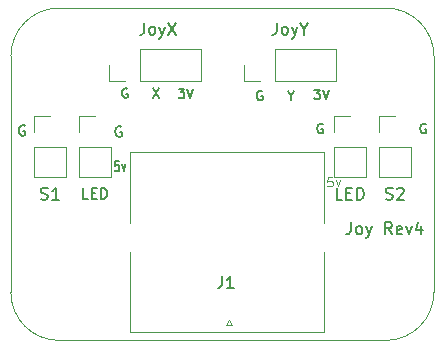
<source format=gbr>
G04 #@! TF.GenerationSoftware,KiCad,Pcbnew,7.0.2*
G04 #@! TF.CreationDate,2023-08-07T19:28:33-05:00*
G04 #@! TF.ProjectId,JoystickBoard,4a6f7973-7469-4636-9b42-6f6172642e6b,rev?*
G04 #@! TF.SameCoordinates,Original*
G04 #@! TF.FileFunction,Legend,Top*
G04 #@! TF.FilePolarity,Positive*
%FSLAX46Y46*%
G04 Gerber Fmt 4.6, Leading zero omitted, Abs format (unit mm)*
G04 Created by KiCad (PCBNEW 7.0.2) date 2023-08-07 19:28:33*
%MOMM*%
%LPD*%
G01*
G04 APERTURE LIST*
%ADD10C,0.139700*%
%ADD11C,0.150000*%
%ADD12C,0.125000*%
%ADD13C,0.127000*%
%ADD14C,0.120000*%
G04 #@! TA.AperFunction,Profile*
%ADD15C,0.050000*%
G04 #@! TD*
G04 APERTURE END LIST*
D10*
X141914033Y-96643402D02*
X141829366Y-96601069D01*
X141829366Y-96601069D02*
X141702366Y-96601069D01*
X141702366Y-96601069D02*
X141575366Y-96643402D01*
X141575366Y-96643402D02*
X141490700Y-96728069D01*
X141490700Y-96728069D02*
X141448366Y-96812736D01*
X141448366Y-96812736D02*
X141406033Y-96982069D01*
X141406033Y-96982069D02*
X141406033Y-97109069D01*
X141406033Y-97109069D02*
X141448366Y-97278402D01*
X141448366Y-97278402D02*
X141490700Y-97363069D01*
X141490700Y-97363069D02*
X141575366Y-97447736D01*
X141575366Y-97447736D02*
X141702366Y-97490069D01*
X141702366Y-97490069D02*
X141787033Y-97490069D01*
X141787033Y-97490069D02*
X141914033Y-97447736D01*
X141914033Y-97447736D02*
X141956366Y-97405402D01*
X141956366Y-97405402D02*
X141956366Y-97109069D01*
X141956366Y-97109069D02*
X141787033Y-97109069D01*
X144589533Y-93397695D02*
X145122867Y-94197695D01*
X145122867Y-93397695D02*
X144589533Y-94197695D01*
X133760633Y-96592602D02*
X133675966Y-96550269D01*
X133675966Y-96550269D02*
X133548966Y-96550269D01*
X133548966Y-96550269D02*
X133421966Y-96592602D01*
X133421966Y-96592602D02*
X133337300Y-96677269D01*
X133337300Y-96677269D02*
X133294966Y-96761936D01*
X133294966Y-96761936D02*
X133252633Y-96931269D01*
X133252633Y-96931269D02*
X133252633Y-97058269D01*
X133252633Y-97058269D02*
X133294966Y-97227602D01*
X133294966Y-97227602D02*
X133337300Y-97312269D01*
X133337300Y-97312269D02*
X133421966Y-97396936D01*
X133421966Y-97396936D02*
X133548966Y-97439269D01*
X133548966Y-97439269D02*
X133633633Y-97439269D01*
X133633633Y-97439269D02*
X133760633Y-97396936D01*
X133760633Y-97396936D02*
X133802966Y-97354602D01*
X133802966Y-97354602D02*
X133802966Y-97058269D01*
X133802966Y-97058269D02*
X133633633Y-97058269D01*
D11*
X161379256Y-104745619D02*
X161379256Y-105459904D01*
X161379256Y-105459904D02*
X161331637Y-105602761D01*
X161331637Y-105602761D02*
X161236399Y-105698000D01*
X161236399Y-105698000D02*
X161093542Y-105745619D01*
X161093542Y-105745619D02*
X160998304Y-105745619D01*
X161998304Y-105745619D02*
X161903066Y-105698000D01*
X161903066Y-105698000D02*
X161855447Y-105650380D01*
X161855447Y-105650380D02*
X161807828Y-105555142D01*
X161807828Y-105555142D02*
X161807828Y-105269428D01*
X161807828Y-105269428D02*
X161855447Y-105174190D01*
X161855447Y-105174190D02*
X161903066Y-105126571D01*
X161903066Y-105126571D02*
X161998304Y-105078952D01*
X161998304Y-105078952D02*
X162141161Y-105078952D01*
X162141161Y-105078952D02*
X162236399Y-105126571D01*
X162236399Y-105126571D02*
X162284018Y-105174190D01*
X162284018Y-105174190D02*
X162331637Y-105269428D01*
X162331637Y-105269428D02*
X162331637Y-105555142D01*
X162331637Y-105555142D02*
X162284018Y-105650380D01*
X162284018Y-105650380D02*
X162236399Y-105698000D01*
X162236399Y-105698000D02*
X162141161Y-105745619D01*
X162141161Y-105745619D02*
X161998304Y-105745619D01*
X162664971Y-105078952D02*
X162903066Y-105745619D01*
X163141161Y-105078952D02*
X162903066Y-105745619D01*
X162903066Y-105745619D02*
X162807828Y-105983714D01*
X162807828Y-105983714D02*
X162760209Y-106031333D01*
X162760209Y-106031333D02*
X162664971Y-106078952D01*
X164855447Y-105745619D02*
X164522114Y-105269428D01*
X164284019Y-105745619D02*
X164284019Y-104745619D01*
X164284019Y-104745619D02*
X164664971Y-104745619D01*
X164664971Y-104745619D02*
X164760209Y-104793238D01*
X164760209Y-104793238D02*
X164807828Y-104840857D01*
X164807828Y-104840857D02*
X164855447Y-104936095D01*
X164855447Y-104936095D02*
X164855447Y-105078952D01*
X164855447Y-105078952D02*
X164807828Y-105174190D01*
X164807828Y-105174190D02*
X164760209Y-105221809D01*
X164760209Y-105221809D02*
X164664971Y-105269428D01*
X164664971Y-105269428D02*
X164284019Y-105269428D01*
X165664971Y-105698000D02*
X165569733Y-105745619D01*
X165569733Y-105745619D02*
X165379257Y-105745619D01*
X165379257Y-105745619D02*
X165284019Y-105698000D01*
X165284019Y-105698000D02*
X165236400Y-105602761D01*
X165236400Y-105602761D02*
X165236400Y-105221809D01*
X165236400Y-105221809D02*
X165284019Y-105126571D01*
X165284019Y-105126571D02*
X165379257Y-105078952D01*
X165379257Y-105078952D02*
X165569733Y-105078952D01*
X165569733Y-105078952D02*
X165664971Y-105126571D01*
X165664971Y-105126571D02*
X165712590Y-105221809D01*
X165712590Y-105221809D02*
X165712590Y-105317047D01*
X165712590Y-105317047D02*
X165236400Y-105412285D01*
X166045924Y-105078952D02*
X166284019Y-105745619D01*
X166284019Y-105745619D02*
X166522114Y-105078952D01*
X167331638Y-105078952D02*
X167331638Y-105745619D01*
X167093543Y-104698000D02*
X166855448Y-105412285D01*
X166855448Y-105412285D02*
X167474495Y-105412285D01*
D12*
X159804114Y-100916095D02*
X159423162Y-100916095D01*
X159423162Y-100916095D02*
X159385066Y-101297047D01*
X159385066Y-101297047D02*
X159423162Y-101258952D01*
X159423162Y-101258952D02*
X159499352Y-101220857D01*
X159499352Y-101220857D02*
X159689828Y-101220857D01*
X159689828Y-101220857D02*
X159766019Y-101258952D01*
X159766019Y-101258952D02*
X159804114Y-101297047D01*
X159804114Y-101297047D02*
X159842209Y-101373238D01*
X159842209Y-101373238D02*
X159842209Y-101563714D01*
X159842209Y-101563714D02*
X159804114Y-101639904D01*
X159804114Y-101639904D02*
X159766019Y-101678000D01*
X159766019Y-101678000D02*
X159689828Y-101716095D01*
X159689828Y-101716095D02*
X159499352Y-101716095D01*
X159499352Y-101716095D02*
X159423162Y-101678000D01*
X159423162Y-101678000D02*
X159385066Y-101639904D01*
X160108876Y-101182761D02*
X160299352Y-101716095D01*
X160299352Y-101716095D02*
X160489829Y-101182761D01*
D10*
X167722523Y-96458390D02*
X167646333Y-96420295D01*
X167646333Y-96420295D02*
X167532047Y-96420295D01*
X167532047Y-96420295D02*
X167417761Y-96458390D01*
X167417761Y-96458390D02*
X167341571Y-96534580D01*
X167341571Y-96534580D02*
X167303476Y-96610771D01*
X167303476Y-96610771D02*
X167265380Y-96763152D01*
X167265380Y-96763152D02*
X167265380Y-96877438D01*
X167265380Y-96877438D02*
X167303476Y-97029819D01*
X167303476Y-97029819D02*
X167341571Y-97106009D01*
X167341571Y-97106009D02*
X167417761Y-97182200D01*
X167417761Y-97182200D02*
X167532047Y-97220295D01*
X167532047Y-97220295D02*
X167608238Y-97220295D01*
X167608238Y-97220295D02*
X167722523Y-97182200D01*
X167722523Y-97182200D02*
X167760619Y-97144104D01*
X167760619Y-97144104D02*
X167760619Y-96877438D01*
X167760619Y-96877438D02*
X167608238Y-96877438D01*
X142449523Y-93435790D02*
X142373333Y-93397695D01*
X142373333Y-93397695D02*
X142259047Y-93397695D01*
X142259047Y-93397695D02*
X142144761Y-93435790D01*
X142144761Y-93435790D02*
X142068571Y-93511980D01*
X142068571Y-93511980D02*
X142030476Y-93588171D01*
X142030476Y-93588171D02*
X141992380Y-93740552D01*
X141992380Y-93740552D02*
X141992380Y-93854838D01*
X141992380Y-93854838D02*
X142030476Y-94007219D01*
X142030476Y-94007219D02*
X142068571Y-94083409D01*
X142068571Y-94083409D02*
X142144761Y-94159600D01*
X142144761Y-94159600D02*
X142259047Y-94197695D01*
X142259047Y-94197695D02*
X142335238Y-94197695D01*
X142335238Y-94197695D02*
X142449523Y-94159600D01*
X142449523Y-94159600D02*
X142487619Y-94121504D01*
X142487619Y-94121504D02*
X142487619Y-93854838D01*
X142487619Y-93854838D02*
X142335238Y-93854838D01*
X158292876Y-93524695D02*
X158788114Y-93524695D01*
X158788114Y-93524695D02*
X158521448Y-93829457D01*
X158521448Y-93829457D02*
X158635733Y-93829457D01*
X158635733Y-93829457D02*
X158711924Y-93867552D01*
X158711924Y-93867552D02*
X158750019Y-93905647D01*
X158750019Y-93905647D02*
X158788114Y-93981838D01*
X158788114Y-93981838D02*
X158788114Y-94172314D01*
X158788114Y-94172314D02*
X158750019Y-94248504D01*
X158750019Y-94248504D02*
X158711924Y-94286600D01*
X158711924Y-94286600D02*
X158635733Y-94324695D01*
X158635733Y-94324695D02*
X158407162Y-94324695D01*
X158407162Y-94324695D02*
X158330971Y-94286600D01*
X158330971Y-94286600D02*
X158292876Y-94248504D01*
X159016686Y-93524695D02*
X159283353Y-94324695D01*
X159283353Y-94324695D02*
X159550019Y-93524695D01*
X153854123Y-93664390D02*
X153777933Y-93626295D01*
X153777933Y-93626295D02*
X153663647Y-93626295D01*
X153663647Y-93626295D02*
X153549361Y-93664390D01*
X153549361Y-93664390D02*
X153473171Y-93740580D01*
X153473171Y-93740580D02*
X153435076Y-93816771D01*
X153435076Y-93816771D02*
X153396980Y-93969152D01*
X153396980Y-93969152D02*
X153396980Y-94083438D01*
X153396980Y-94083438D02*
X153435076Y-94235819D01*
X153435076Y-94235819D02*
X153473171Y-94312009D01*
X153473171Y-94312009D02*
X153549361Y-94388200D01*
X153549361Y-94388200D02*
X153663647Y-94426295D01*
X153663647Y-94426295D02*
X153739838Y-94426295D01*
X153739838Y-94426295D02*
X153854123Y-94388200D01*
X153854123Y-94388200D02*
X153892219Y-94350104D01*
X153892219Y-94350104D02*
X153892219Y-94083438D01*
X153892219Y-94083438D02*
X153739838Y-94083438D01*
X156311600Y-94045342D02*
X156311600Y-94426295D01*
X156044933Y-93626295D02*
X156311600Y-94045342D01*
X156311600Y-94045342D02*
X156578266Y-93626295D01*
X158984923Y-96458390D02*
X158908733Y-96420295D01*
X158908733Y-96420295D02*
X158794447Y-96420295D01*
X158794447Y-96420295D02*
X158680161Y-96458390D01*
X158680161Y-96458390D02*
X158603971Y-96534580D01*
X158603971Y-96534580D02*
X158565876Y-96610771D01*
X158565876Y-96610771D02*
X158527780Y-96763152D01*
X158527780Y-96763152D02*
X158527780Y-96877438D01*
X158527780Y-96877438D02*
X158565876Y-97029819D01*
X158565876Y-97029819D02*
X158603971Y-97106009D01*
X158603971Y-97106009D02*
X158680161Y-97182200D01*
X158680161Y-97182200D02*
X158794447Y-97220295D01*
X158794447Y-97220295D02*
X158870638Y-97220295D01*
X158870638Y-97220295D02*
X158984923Y-97182200D01*
X158984923Y-97182200D02*
X159023019Y-97144104D01*
X159023019Y-97144104D02*
X159023019Y-96877438D01*
X159023019Y-96877438D02*
X158870638Y-96877438D01*
X146786676Y-93423095D02*
X147281914Y-93423095D01*
X147281914Y-93423095D02*
X147015248Y-93727857D01*
X147015248Y-93727857D02*
X147129533Y-93727857D01*
X147129533Y-93727857D02*
X147205724Y-93765952D01*
X147205724Y-93765952D02*
X147243819Y-93804047D01*
X147243819Y-93804047D02*
X147281914Y-93880238D01*
X147281914Y-93880238D02*
X147281914Y-94070714D01*
X147281914Y-94070714D02*
X147243819Y-94146904D01*
X147243819Y-94146904D02*
X147205724Y-94185000D01*
X147205724Y-94185000D02*
X147129533Y-94223095D01*
X147129533Y-94223095D02*
X146900962Y-94223095D01*
X146900962Y-94223095D02*
X146824771Y-94185000D01*
X146824771Y-94185000D02*
X146786676Y-94146904D01*
X147510486Y-93423095D02*
X147777153Y-94223095D01*
X147777153Y-94223095D02*
X148043819Y-93423095D01*
D13*
X141742885Y-99522069D02*
X141440504Y-99522069D01*
X141440504Y-99522069D02*
X141410266Y-99945402D01*
X141410266Y-99945402D02*
X141440504Y-99903069D01*
X141440504Y-99903069D02*
X141500980Y-99860736D01*
X141500980Y-99860736D02*
X141652171Y-99860736D01*
X141652171Y-99860736D02*
X141712647Y-99903069D01*
X141712647Y-99903069D02*
X141742885Y-99945402D01*
X141742885Y-99945402D02*
X141773123Y-100030069D01*
X141773123Y-100030069D02*
X141773123Y-100241736D01*
X141773123Y-100241736D02*
X141742885Y-100326402D01*
X141742885Y-100326402D02*
X141712647Y-100368736D01*
X141712647Y-100368736D02*
X141652171Y-100411069D01*
X141652171Y-100411069D02*
X141500980Y-100411069D01*
X141500980Y-100411069D02*
X141440504Y-100368736D01*
X141440504Y-100368736D02*
X141410266Y-100326402D01*
X141984790Y-99818402D02*
X142135980Y-100411069D01*
X142135980Y-100411069D02*
X142287171Y-99818402D01*
D10*
X139128500Y-102773269D02*
X138705166Y-102773269D01*
X138705166Y-102773269D02*
X138705166Y-101884269D01*
X139424833Y-102307602D02*
X139721167Y-102307602D01*
X139848167Y-102773269D02*
X139424833Y-102773269D01*
X139424833Y-102773269D02*
X139424833Y-101884269D01*
X139424833Y-101884269D02*
X139848167Y-101884269D01*
X140229166Y-102773269D02*
X140229166Y-101884269D01*
X140229166Y-101884269D02*
X140440833Y-101884269D01*
X140440833Y-101884269D02*
X140567833Y-101926602D01*
X140567833Y-101926602D02*
X140652500Y-102011269D01*
X140652500Y-102011269D02*
X140694833Y-102095936D01*
X140694833Y-102095936D02*
X140737166Y-102265269D01*
X140737166Y-102265269D02*
X140737166Y-102392269D01*
X140737166Y-102392269D02*
X140694833Y-102561602D01*
X140694833Y-102561602D02*
X140652500Y-102646269D01*
X140652500Y-102646269D02*
X140567833Y-102730936D01*
X140567833Y-102730936D02*
X140440833Y-102773269D01*
X140440833Y-102773269D02*
X140229166Y-102773269D01*
D11*
X150466466Y-109312539D02*
X150466466Y-110026824D01*
X150466466Y-110026824D02*
X150418847Y-110169681D01*
X150418847Y-110169681D02*
X150323609Y-110264920D01*
X150323609Y-110264920D02*
X150180752Y-110312539D01*
X150180752Y-110312539D02*
X150085514Y-110312539D01*
X151466466Y-110312539D02*
X150895038Y-110312539D01*
X151180752Y-110312539D02*
X151180752Y-109312539D01*
X151180752Y-109312539D02*
X151085514Y-109455396D01*
X151085514Y-109455396D02*
X150990276Y-109550634D01*
X150990276Y-109550634D02*
X150895038Y-109598253D01*
X143867333Y-87854619D02*
X143867333Y-88568904D01*
X143867333Y-88568904D02*
X143819714Y-88711761D01*
X143819714Y-88711761D02*
X143724476Y-88807000D01*
X143724476Y-88807000D02*
X143581619Y-88854619D01*
X143581619Y-88854619D02*
X143486381Y-88854619D01*
X144486381Y-88854619D02*
X144391143Y-88807000D01*
X144391143Y-88807000D02*
X144343524Y-88759380D01*
X144343524Y-88759380D02*
X144295905Y-88664142D01*
X144295905Y-88664142D02*
X144295905Y-88378428D01*
X144295905Y-88378428D02*
X144343524Y-88283190D01*
X144343524Y-88283190D02*
X144391143Y-88235571D01*
X144391143Y-88235571D02*
X144486381Y-88187952D01*
X144486381Y-88187952D02*
X144629238Y-88187952D01*
X144629238Y-88187952D02*
X144724476Y-88235571D01*
X144724476Y-88235571D02*
X144772095Y-88283190D01*
X144772095Y-88283190D02*
X144819714Y-88378428D01*
X144819714Y-88378428D02*
X144819714Y-88664142D01*
X144819714Y-88664142D02*
X144772095Y-88759380D01*
X144772095Y-88759380D02*
X144724476Y-88807000D01*
X144724476Y-88807000D02*
X144629238Y-88854619D01*
X144629238Y-88854619D02*
X144486381Y-88854619D01*
X145153048Y-88187952D02*
X145391143Y-88854619D01*
X145629238Y-88187952D02*
X145391143Y-88854619D01*
X145391143Y-88854619D02*
X145295905Y-89092714D01*
X145295905Y-89092714D02*
X145248286Y-89140333D01*
X145248286Y-89140333D02*
X145153048Y-89187952D01*
X145914953Y-87854619D02*
X146581619Y-88854619D01*
X146581619Y-87854619D02*
X145914953Y-88854619D01*
X160647142Y-102824619D02*
X160170952Y-102824619D01*
X160170952Y-102824619D02*
X160170952Y-101824619D01*
X160980476Y-102300809D02*
X161313809Y-102300809D01*
X161456666Y-102824619D02*
X160980476Y-102824619D01*
X160980476Y-102824619D02*
X160980476Y-101824619D01*
X160980476Y-101824619D02*
X161456666Y-101824619D01*
X161885238Y-102824619D02*
X161885238Y-101824619D01*
X161885238Y-101824619D02*
X162123333Y-101824619D01*
X162123333Y-101824619D02*
X162266190Y-101872238D01*
X162266190Y-101872238D02*
X162361428Y-101967476D01*
X162361428Y-101967476D02*
X162409047Y-102062714D01*
X162409047Y-102062714D02*
X162456666Y-102253190D01*
X162456666Y-102253190D02*
X162456666Y-102396047D01*
X162456666Y-102396047D02*
X162409047Y-102586523D01*
X162409047Y-102586523D02*
X162361428Y-102681761D01*
X162361428Y-102681761D02*
X162266190Y-102777000D01*
X162266190Y-102777000D02*
X162123333Y-102824619D01*
X162123333Y-102824619D02*
X161885238Y-102824619D01*
X164338095Y-102777000D02*
X164480952Y-102824619D01*
X164480952Y-102824619D02*
X164719047Y-102824619D01*
X164719047Y-102824619D02*
X164814285Y-102777000D01*
X164814285Y-102777000D02*
X164861904Y-102729380D01*
X164861904Y-102729380D02*
X164909523Y-102634142D01*
X164909523Y-102634142D02*
X164909523Y-102538904D01*
X164909523Y-102538904D02*
X164861904Y-102443666D01*
X164861904Y-102443666D02*
X164814285Y-102396047D01*
X164814285Y-102396047D02*
X164719047Y-102348428D01*
X164719047Y-102348428D02*
X164528571Y-102300809D01*
X164528571Y-102300809D02*
X164433333Y-102253190D01*
X164433333Y-102253190D02*
X164385714Y-102205571D01*
X164385714Y-102205571D02*
X164338095Y-102110333D01*
X164338095Y-102110333D02*
X164338095Y-102015095D01*
X164338095Y-102015095D02*
X164385714Y-101919857D01*
X164385714Y-101919857D02*
X164433333Y-101872238D01*
X164433333Y-101872238D02*
X164528571Y-101824619D01*
X164528571Y-101824619D02*
X164766666Y-101824619D01*
X164766666Y-101824619D02*
X164909523Y-101872238D01*
X165290476Y-101919857D02*
X165338095Y-101872238D01*
X165338095Y-101872238D02*
X165433333Y-101824619D01*
X165433333Y-101824619D02*
X165671428Y-101824619D01*
X165671428Y-101824619D02*
X165766666Y-101872238D01*
X165766666Y-101872238D02*
X165814285Y-101919857D01*
X165814285Y-101919857D02*
X165861904Y-102015095D01*
X165861904Y-102015095D02*
X165861904Y-102110333D01*
X165861904Y-102110333D02*
X165814285Y-102253190D01*
X165814285Y-102253190D02*
X165242857Y-102824619D01*
X165242857Y-102824619D02*
X165861904Y-102824619D01*
X155090952Y-87854619D02*
X155090952Y-88568904D01*
X155090952Y-88568904D02*
X155043333Y-88711761D01*
X155043333Y-88711761D02*
X154948095Y-88807000D01*
X154948095Y-88807000D02*
X154805238Y-88854619D01*
X154805238Y-88854619D02*
X154710000Y-88854619D01*
X155710000Y-88854619D02*
X155614762Y-88807000D01*
X155614762Y-88807000D02*
X155567143Y-88759380D01*
X155567143Y-88759380D02*
X155519524Y-88664142D01*
X155519524Y-88664142D02*
X155519524Y-88378428D01*
X155519524Y-88378428D02*
X155567143Y-88283190D01*
X155567143Y-88283190D02*
X155614762Y-88235571D01*
X155614762Y-88235571D02*
X155710000Y-88187952D01*
X155710000Y-88187952D02*
X155852857Y-88187952D01*
X155852857Y-88187952D02*
X155948095Y-88235571D01*
X155948095Y-88235571D02*
X155995714Y-88283190D01*
X155995714Y-88283190D02*
X156043333Y-88378428D01*
X156043333Y-88378428D02*
X156043333Y-88664142D01*
X156043333Y-88664142D02*
X155995714Y-88759380D01*
X155995714Y-88759380D02*
X155948095Y-88807000D01*
X155948095Y-88807000D02*
X155852857Y-88854619D01*
X155852857Y-88854619D02*
X155710000Y-88854619D01*
X156376667Y-88187952D02*
X156614762Y-88854619D01*
X156852857Y-88187952D02*
X156614762Y-88854619D01*
X156614762Y-88854619D02*
X156519524Y-89092714D01*
X156519524Y-89092714D02*
X156471905Y-89140333D01*
X156471905Y-89140333D02*
X156376667Y-89187952D01*
X157424286Y-88378428D02*
X157424286Y-88854619D01*
X157090953Y-87854619D02*
X157424286Y-88378428D01*
X157424286Y-88378428D02*
X157757619Y-87854619D01*
X135128095Y-102777000D02*
X135270952Y-102824619D01*
X135270952Y-102824619D02*
X135509047Y-102824619D01*
X135509047Y-102824619D02*
X135604285Y-102777000D01*
X135604285Y-102777000D02*
X135651904Y-102729380D01*
X135651904Y-102729380D02*
X135699523Y-102634142D01*
X135699523Y-102634142D02*
X135699523Y-102538904D01*
X135699523Y-102538904D02*
X135651904Y-102443666D01*
X135651904Y-102443666D02*
X135604285Y-102396047D01*
X135604285Y-102396047D02*
X135509047Y-102348428D01*
X135509047Y-102348428D02*
X135318571Y-102300809D01*
X135318571Y-102300809D02*
X135223333Y-102253190D01*
X135223333Y-102253190D02*
X135175714Y-102205571D01*
X135175714Y-102205571D02*
X135128095Y-102110333D01*
X135128095Y-102110333D02*
X135128095Y-102015095D01*
X135128095Y-102015095D02*
X135175714Y-101919857D01*
X135175714Y-101919857D02*
X135223333Y-101872238D01*
X135223333Y-101872238D02*
X135318571Y-101824619D01*
X135318571Y-101824619D02*
X135556666Y-101824619D01*
X135556666Y-101824619D02*
X135699523Y-101872238D01*
X136651904Y-102824619D02*
X136080476Y-102824619D01*
X136366190Y-102824619D02*
X136366190Y-101824619D01*
X136366190Y-101824619D02*
X136270952Y-101967476D01*
X136270952Y-101967476D02*
X136175714Y-102062714D01*
X136175714Y-102062714D02*
X136080476Y-102110333D01*
D14*
X138370000Y-95745001D02*
X139700000Y-95745001D01*
X138370000Y-97075001D02*
X138370000Y-95745001D01*
X138370000Y-98345001D02*
X138370000Y-100945001D01*
X138370000Y-98345001D02*
X141030000Y-98345001D01*
X138370000Y-100945001D02*
X141030000Y-100945001D01*
X141030000Y-98345001D02*
X141030000Y-100945001D01*
X142672460Y-98762820D02*
X142672460Y-104775000D01*
X142672460Y-98762820D02*
X159082460Y-98762820D01*
X142672460Y-114002820D02*
X159082460Y-114002820D01*
X142674340Y-107271820D02*
X142672460Y-114002820D01*
X150835360Y-113451640D02*
X151274780Y-113451640D01*
X151048720Y-113019840D02*
X150835360Y-113451640D01*
X151274780Y-113451640D02*
X151048720Y-113019840D01*
X159082460Y-98762820D02*
X159082460Y-104775000D01*
X159084340Y-107271820D02*
X159082460Y-114002820D01*
X140910000Y-92770000D02*
X140910000Y-91440000D01*
X142240000Y-92770000D02*
X140910000Y-92770000D01*
X143510000Y-92770000D02*
X148650000Y-92770000D01*
X143510000Y-92770000D02*
X143510000Y-90110000D01*
X148650000Y-92770000D02*
X148650000Y-90110000D01*
X143510000Y-90110000D02*
X148650000Y-90110000D01*
X159960000Y-95745001D02*
X161290000Y-95745001D01*
X159960000Y-97075001D02*
X159960000Y-95745001D01*
X159960000Y-98345001D02*
X159960000Y-100945001D01*
X159960000Y-98345001D02*
X162620000Y-98345001D01*
X159960000Y-100945001D02*
X162620000Y-100945001D01*
X162620000Y-98345001D02*
X162620000Y-100945001D01*
X163770000Y-95745001D02*
X165100000Y-95745001D01*
X163770000Y-97075001D02*
X163770000Y-95745001D01*
X163770000Y-98345001D02*
X163770000Y-100945001D01*
X163770000Y-98345001D02*
X166430000Y-98345001D01*
X163770000Y-100945001D02*
X166430000Y-100945001D01*
X166430000Y-98345001D02*
X166430000Y-100945001D01*
X154940000Y-90110000D02*
X160080000Y-90110000D01*
X160080000Y-92770000D02*
X160080000Y-90110000D01*
X154940000Y-92770000D02*
X154940000Y-90110000D01*
X154940000Y-92770000D02*
X160080000Y-92770000D01*
X153670000Y-92770000D02*
X152340000Y-92770000D01*
X152340000Y-92770000D02*
X152340000Y-91440000D01*
X134560000Y-95745001D02*
X135890000Y-95745001D01*
X134560000Y-97075001D02*
X134560000Y-95745001D01*
X134560000Y-98345001D02*
X134560000Y-100945001D01*
X134560000Y-98345001D02*
X137220000Y-98345001D01*
X134560000Y-100945001D02*
X137220000Y-100945001D01*
X137220000Y-98345001D02*
X137220000Y-100945001D01*
D15*
X132588000Y-110680500D02*
G75*
G03*
X136652000Y-114744500I4064000J0D01*
G01*
X168402000Y-90678000D02*
X168402000Y-110680500D01*
X132588000Y-110680500D02*
X132588000Y-90678000D01*
X164338000Y-114744500D02*
X136652000Y-114744500D01*
X136652000Y-86614000D02*
G75*
G03*
X132588000Y-90678000I0J-4064000D01*
G01*
X164338000Y-86614000D02*
X136652000Y-86614000D01*
X168402000Y-90678000D02*
G75*
G03*
X164338000Y-86614000I-4064000J0D01*
G01*
X164338000Y-114744500D02*
G75*
G03*
X168402000Y-110680500I0J4064000D01*
G01*
M02*

</source>
